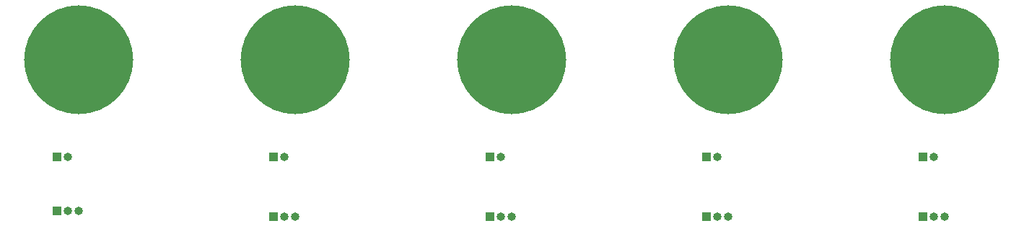
<source format=gbr>
G04 #@! TF.GenerationSoftware,KiCad,Pcbnew,(5.1.0-0)*
G04 #@! TF.CreationDate,2019-03-17T19:53:17-07:00*
G04 #@! TF.ProjectId,Jack Board,4a61636b-2042-46f6-9172-642e6b696361,rev?*
G04 #@! TF.SameCoordinates,Original*
G04 #@! TF.FileFunction,Copper,L2,Bot*
G04 #@! TF.FilePolarity,Positive*
%FSLAX46Y46*%
G04 Gerber Fmt 4.6, Leading zero omitted, Abs format (unit mm)*
G04 Created by KiCad (PCBNEW (5.1.0-0)) date 2019-03-17 19:53:17*
%MOMM*%
%LPD*%
G04 APERTURE LIST*
%ADD10O,1.000000X1.000000*%
%ADD11R,1.000000X1.000000*%
%ADD12C,12.800000*%
G04 APERTURE END LIST*
D10*
X203200000Y-120015000D03*
X201930000Y-120015000D03*
D11*
X200660000Y-120015000D03*
D12*
X177800000Y-101600000D03*
X152400000Y-101600000D03*
X127000000Y-101600000D03*
X101600000Y-101600000D03*
D10*
X201930000Y-113030000D03*
D11*
X200660000Y-113030000D03*
D12*
X203200000Y-101600000D03*
D10*
X177800000Y-120015000D03*
X176530000Y-120015000D03*
D11*
X175260000Y-120015000D03*
D10*
X176530000Y-113030000D03*
D11*
X175260000Y-113030000D03*
D10*
X152400000Y-120015000D03*
X151130000Y-120015000D03*
D11*
X149860000Y-120015000D03*
D10*
X151130000Y-113030000D03*
D11*
X149860000Y-113030000D03*
D10*
X127000000Y-120015000D03*
X125730000Y-120015000D03*
D11*
X124460000Y-120015000D03*
D10*
X125730000Y-113030000D03*
D11*
X124460000Y-113030000D03*
D10*
X101600000Y-119380000D03*
X100330000Y-119380000D03*
D11*
X99060000Y-119380000D03*
D10*
X100330000Y-113030000D03*
D11*
X99060000Y-113030000D03*
M02*

</source>
